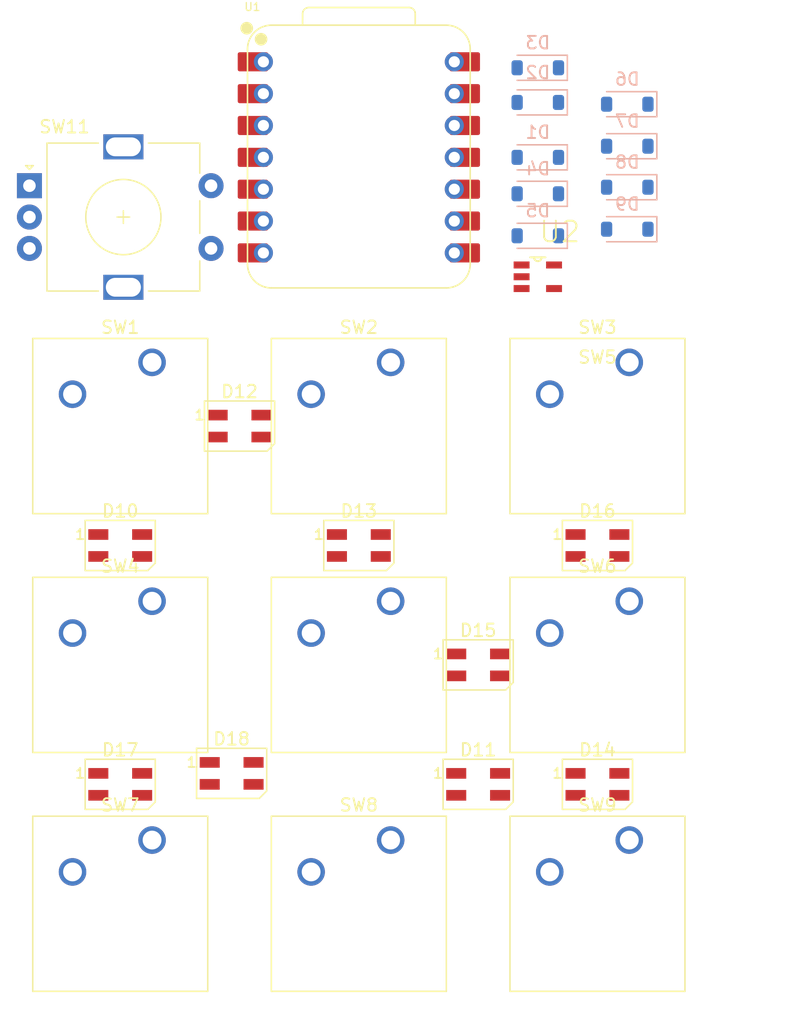
<source format=kicad_pcb>
(kicad_pcb (version 20241229) (generator "pcbnew") (generator_version "9.0")
  (layers (0 "F.Cu" signal) (2 "B.Cu" signal) (13 "F.Paste" user) (15 "B.Paste" user) (5 "F.SilkS" user "F.Silkscreen") (7 "B.SilkS" user "B.Silkscreen") (1 "F.Mask" user) (3 "B.Mask" user) (25 "Edge.Cuts" user))
  (net 0 "")
  (net 1 "Net-(D1-K)")
  (net 2 "Net-(D1-A)")
  (net 3 "Net-(D2-A)")
  (net 4 "Net-(D2-K)")
  (net 5 "Net-(D3-A)")
  (net 6 "Net-(D3-K)")
  (net 7 "Net-(D4-A)")
  (net 8 "Net-(D5-A)")
  (net 9 "Net-(D6-A)")
  (net 10 "Net-(D7-A)")
  (net 11 "Net-(D8-A)")
  (net 12 "Net-(D9-A)")
  (net 13 "Net-(D10-DOUT)")
  (net 14 "GND")
  (net 15 "Net-(D10-DIN)")
  (net 16 "+5V")
  (net 17 "Net-(D11-DOUT)")
  (net 18 "Net-(D12-DOUT)")
  (net 19 "Net-(D13-DOUT)")
  (net 20 "Net-(D14-DOUT)")
  (net 21 "Net-(D15-DOUT)")
  (net 22 "Net-(D16-DOUT)")
  (net 23 "Net-(D17-DOUT)")
  (net 25 "Net-(U1-GPIO3{slash}MOSI)")
  (net 26 "Net-(U1-GPIO4{slash}MISO)")
  (net 27 "Net-(U1-GPIO2{slash}SCK)")
  (net 28 "Net-(U1-GPIO27{slash}ADC1{slash}A1)")
  (net 29 "Net-(U1-GPIO26{slash}ADC0{slash}A0)")
  (net 30 "Net-(U1-GPIO28{slash}ADC2{slash}A2)")
  (net 31 "Net-(U1-GPIO1{slash}RX)")
  (net 33 "+3V3")
  (footprint "Button_Switch_Keyboard:SW_Cherry_MX_1.00u_PCB" (layer "F.Cu") (at 83.5025 59.21375)
    (property "Reference" "SW4" (at -2.54 -2.794 0) (layer "F.SilkS"))
    (property "Value" "SW_Push")
    (fp_line (start -9.525 -1.905) (end 4.445 -1.905) (stroke (width 0.12)) (layer "F.SilkS"))
    (fp_line (start -9.525 12.065) (end -9.525 -1.905) (stroke (width 0.12)) (layer "F.SilkS"))
    (fp_line (start 4.445 -1.905) (end 4.445 12.065) (stroke (width 0.12)) (layer "F.SilkS"))
    (fp_line (start 4.445 12.065) (end -9.525 12.065) (stroke (width 0.12)) (layer "F.SilkS"))
    (pad "" np_thru_hole circle (at -7.62 5.08) (size 1.7 1.7) (drill 1.7) (layers "*.Cu" "*.Mask"))
    (pad "" np_thru_hole circle (at -2.54 5.08) (size 4 4) (drill 4) (layers "*.Cu" "*.Mask"))
    (pad "" np_thru_hole circle (at 2.54 5.08) (size 1.7 1.7) (drill 1.7) (layers "*.Cu" "*.Mask"))
    (pad "1" thru_hole circle (at 0 0) (size 2.2 2.2) (drill 1.5) (layers "*.Cu" "*.Mask") (net 25 "Net-(U1-GPIO3{slash}MOSI)"))
    (pad "2" thru_hole circle (at -6.35 2.54) (size 2.2 2.2) (drill 1.5) (layers "*.Cu" "*.Mask") (net 3 "Net-(D2-A)"))
  )
  (footprint "Button_Switch_Keyboard:SW_Cherry_MX_1.00u_PCB" (layer "F.Cu") (at 102.5525 78.26375)
    (property "Reference" "SW8" (at -2.54 -2.794 0) (layer "F.SilkS"))
    (property "Value" "SW_Push")
    (fp_line (start -9.525 -1.905) (end 4.445 -1.905) (stroke (width 0.12)) (layer "F.SilkS"))
    (fp_line (start -9.525 12.065) (end -9.525 -1.905) (stroke (width 0.12)) (layer "F.SilkS"))
    (fp_line (start 4.445 -1.905) (end 4.445 12.065) (stroke (width 0.12)) (layer "F.SilkS"))
    (fp_line (start 4.445 12.065) (end -9.525 12.065) (stroke (width 0.12)) (layer "F.SilkS"))
    (pad "" np_thru_hole circle (at -7.62 5.08) (size 1.7 1.7) (drill 1.7) (layers "*.Cu" "*.Mask"))
    (pad "" np_thru_hole circle (at -2.54 5.08) (size 4 4) (drill 4) (layers "*.Cu" "*.Mask"))
    (pad "" np_thru_hole circle (at 2.54 5.08) (size 1.7 1.7) (drill 1.7) (layers "*.Cu" "*.Mask"))
    (pad "1" thru_hole circle (at 0 0) (size 2.2 2.2) (drill 1.5) (layers "*.Cu" "*.Mask") (net 26 "Net-(U1-GPIO4{slash}MISO)"))
    (pad "2" thru_hole circle (at -6.35 2.54) (size 2.2 2.2) (drill 1.5) (layers "*.Cu" "*.Mask") (net 9 "Net-(D6-A)"))
  )
  (footprint "Button_Switch_Keyboard:SW_Cherry_MX_1.00u_PCB" (layer "F.Cu") (at 102.5525 59.21375)
    (property "Reference" "SW5" (at 16.51 -19.46275 0) (layer "F.SilkS"))
    (property "Value" "SW_Push")
    (fp_line (start -9.525 -1.905) (end 4.445 -1.905) (stroke (width 0.12)) (layer "F.SilkS"))
    (fp_line (start -9.525 12.065) (end -9.525 -1.905) (stroke (width 0.12)) (layer "F.SilkS"))
    (fp_line (start 4.445 -1.905) (end 4.445 12.065) (stroke (width 0.12)) (layer "F.SilkS"))
    (fp_line (start 4.445 12.065) (end -9.525 12.065) (stroke (width 0.12)) (layer "F.SilkS"))
    (pad "" np_thru_hole circle (at -7.62 5.08) (size 1.7 1.7) (drill 1.7) (layers "*.Cu" "*.Mask"))
    (pad "" np_thru_hole circle (at -2.54 5.08) (size 4 4) (drill 4) (layers "*.Cu" "*.Mask"))
    (pad "" np_thru_hole circle (at 2.54 5.08) (size 1.7 1.7) (drill 1.7) (layers "*.Cu" "*.Mask"))
    (pad "1" thru_hole circle (at 0 0) (size 2.2 2.2) (drill 1.5) (layers "*.Cu" "*.Mask") (net 26 "Net-(U1-GPIO4{slash}MISO)"))
    (pad "2" thru_hole circle (at -6.35 2.54) (size 2.2 2.2) (drill 1.5) (layers "*.Cu" "*.Mask") (net 8 "Net-(D5-A)"))
  )
  (footprint "LED_SMD:LED_SK6812MINI_PLCC4_3.5x3.5mm_P1.75mm" (layer "F.Cu") (at 89.85625 72.94375)
    (property "Reference" "D18" (at 0 -2.75 0) (layer "F.SilkS"))
    (property "Value" "SK6812MINI")
    (fp_line (start -2.8 -2) (end -2.8 2) (stroke (width 0.12)) (layer "F.SilkS"))
    (fp_line (start -2.8 -2) (end 2.8 -2) (stroke (width 0.12)) (layer "F.SilkS"))
    (fp_line (start -2.8 2) (end 2.2 2) (stroke (width 0.12)) (layer "F.SilkS"))
    (fp_line (start 2.8 1.4) (end 2.2 2) (stroke (width 0.12)) (layer "F.SilkS"))
    (fp_line (start 2.8 1.4) (end 2.8 -2) (stroke (width 0.12)) (layer "F.SilkS"))
    (fp_text user "1" (at -3.2 -0.875 0) (layer "F.SilkS") (effects (font (size 0.8 0.8))))
    (pad "1" smd rect (at -1.75 -0.875) (size 1.6 0.85) (layers "F.Cu" "F.Mask" "F.Paste"))
    (pad "2" smd rect (at -1.75 0.875) (size 1.6 0.85) (layers "F.Cu" "F.Mask" "F.Paste") (net 14 "GND"))
    (pad "3" smd rect (at 1.75 0.875) (size 1.6 0.85) (layers "F.Cu" "F.Mask" "F.Paste") (net 23 "Net-(D17-DOUT)"))
    (pad "4" smd rect (at 1.75 -0.875) (size 1.6 0.85) (layers "F.Cu" "F.Mask" "F.Paste") (net 16 "+5V"))
  )
  (footprint "rot:RotaryEncoder_Alps_EC11E-Switch_Vertical_H20mm" (layer "F.Cu") (at 73.7125 26.075)
    (property "Reference" "SW11" (at 2.8 -4.7 0) (layer "F.SilkS"))
    (property "Value" "RotaryEncoder")
    (fp_line (start -0.3 -1.6) (end 0.3 -1.6) (stroke (width 0.12)) (layer "F.SilkS"))
    (fp_line (start 0 -1.3) (end -0.3 -1.6) (stroke (width 0.12)) (layer "F.SilkS"))
    (fp_line (start 0.3 -1.6) (end 0 -1.3) (stroke (width 0.12)) (layer "F.SilkS"))
    (fp_line (start 1.4 -3.4) (end 1.4 8.4) (stroke (width 0.12)) (layer "F.SilkS"))
    (fp_line (start 5.5 -3.4) (end 1.4 -3.4) (stroke (width 0.12)) (layer "F.SilkS"))
    (fp_line (start 5.5 8.4) (end 1.4 8.4) (stroke (width 0.12)) (layer "F.SilkS"))
    (fp_line (start 7 2.5) (end 8 2.5) (stroke (width 0.12)) (layer "F.SilkS"))
    (fp_line (start 7.5 2) (end 7.5 3) (stroke (width 0.12)) (layer "F.SilkS"))
    (fp_line (start 9.5 -3.4) (end 13.6 -3.4) (stroke (width 0.12)) (layer "F.SilkS"))
    (fp_line (start 13.6 -3.4) (end 13.6 -1) (stroke (width 0.12)) (layer "F.SilkS"))
    (fp_line (start 13.6 1.2) (end 13.6 3.8) (stroke (width 0.12)) (layer "F.SilkS"))
    (fp_line (start 13.6 6) (end 13.6 8.4) (stroke (width 0.12)) (layer "F.SilkS"))
    (fp_line (start 13.6 8.4) (end 9.5 8.4) (stroke (width 0.12)) (layer "F.SilkS"))
    (fp_circle (center 7.5 2.5) (end 10.5 2.5) (stroke (width 0.12)) (fill no) (layer "F.SilkS"))
    (pad "A" thru_hole rect (at 0 0) (size 2 2) (drill 1) (layers "*.Cu" "*.Mask") (net 30 "Net-(U1-GPIO28{slash}ADC2{slash}A2)"))
    (pad "B" thru_hole circle (at 0 5) (size 2 2) (drill 1) (layers "*.Cu" "*.Mask") (net 28 "Net-(U1-GPIO27{slash}ADC1{slash}A1)"))
    (pad "C" thru_hole circle (at 0 2.5) (size 2 2) (drill 1) (layers "*.Cu" "*.Mask") (net 29 "Net-(U1-GPIO26{slash}ADC0{slash}A0)"))
    (pad "MP" thru_hole rect (at 7.5 -3.1) (size 3.2 2) (drill oval 2.8 1.5) (layers "*.Cu" "*.Mask"))
    (pad "MP" thru_hole rect (at 7.5 8.1) (size 3.2 2) (drill oval 2.8 1.5) (layers "*.Cu" "*.Mask"))
    (pad "S1" thru_hole circle (at 14.5 5) (size 2 2) (drill 1) (layers "*.Cu" "*.Mask"))
    (pad "S2" thru_hole circle (at 14.5 0) (size 2 2) (drill 1) (layers "*.Cu" "*.Mask"))
  )
  (footprint "Button_Switch_Keyboard:SW_Cherry_MX_1.00u_PCB" (layer "F.Cu") (at 121.6025 59.21375)
    (property "Reference" "SW6" (at -2.54 -2.794 0) (layer "F.SilkS"))
    (property "Value" "SW_Push")
    (fp_line (start -9.525 -1.905) (end 4.445 -1.905) (stroke (width 0.12)) (layer "F.SilkS"))
    (fp_line (start -9.525 12.065) (end -9.525 -1.905) (stroke (width 0.12)) (layer "F.SilkS"))
    (fp_line (start 4.445 -1.905) (end 4.445 12.065) (stroke (width 0.12)) (layer "F.SilkS"))
    (fp_line (start 4.445 12.065) (end -9.525 12.065) (stroke (width 0.12)) (layer "F.SilkS"))
    (pad "" np_thru_hole circle (at -7.62 5.08) (size 1.7 1.7) (drill 1.7) (layers "*.Cu" "*.Mask"))
    (pad "" np_thru_hole circle (at -2.54 5.08) (size 4 4) (drill 4) (layers "*.Cu" "*.Mask"))
    (pad "" np_thru_hole circle (at 2.54 5.08) (size 1.7 1.7) (drill 1.7) (layers "*.Cu" "*.Mask"))
    (pad "1" thru_hole circle (at 0 0) (size 2.2 2.2) (drill 1.5) (layers "*.Cu" "*.Mask") (net 27 "Net-(U1-GPIO2{slash}SCK)"))
    (pad "2" thru_hole circle (at -6.35 2.54) (size 2.2 2.2) (drill 1.5) (layers "*.Cu" "*.Mask") (net 11 "Net-(D8-A)"))
  )
  (footprint "LED_SMD:LED_SK6812MINI_PLCC4_3.5x3.5mm_P1.75mm" (layer "F.Cu") (at 90.4875 45.24375)
    (property "Reference" "D12" (at 0 -2.75 0) (layer "F.SilkS"))
    (property "Value" "SK6812MINI")
    (fp_line (start -2.8 -2) (end -2.8 2) (stroke (width 0.12)) (layer "F.SilkS"))
    (fp_line (start -2.8 -2) (end 2.8 -2) (stroke (width 0.12)) (layer "F.SilkS"))
    (fp_line (start -2.8 2) (end 2.2 2) (stroke (width 0.12)) (layer "F.SilkS"))
    (fp_line (start 2.8 1.4) (end 2.2 2) (stroke (width 0.12)) (layer "F.SilkS"))
    (fp_line (start 2.8 1.4) (end 2.8 -2) (stroke (width 0.12)) (layer "F.SilkS"))
    (fp_text user "1" (at -3.2 -0.875 0) (layer "F.SilkS") (effects (font (size 0.8 0.8))))
    (pad "1" smd rect (at -1.75 -0.875) (size 1.6 0.85) (layers "F.Cu" "F.Mask" "F.Paste") (net 18 "Net-(D12-DOUT)"))
    (pad "2" smd rect (at -1.75 0.875) (size 1.6 0.85) (layers "F.Cu" "F.Mask" "F.Paste") (net 14 "GND"))
    (pad "3" smd rect (at 1.75 0.875) (size 1.6 0.85) (layers "F.Cu" "F.Mask" "F.Paste") (net 17 "Net-(D11-DOUT)"))
    (pad "4" smd rect (at 1.75 -0.875) (size 1.6 0.85) (layers "F.Cu" "F.Mask" "F.Paste") (net 16 "+5V"))
  )
  (footprint "Button_Switch_Keyboard:SW_Cherry_MX_1.00u_PCB" (layer "F.Cu") (at 121.6025 40.16375)
    (property "Reference" "SW3" (at -2.54 -2.794 0) (layer "F.SilkS"))
    (property "Value" "SW_Push")
    (fp_line (start -9.525 -1.905) (end 4.445 -1.905) (stroke (width 0.12)) (layer "F.SilkS"))
    (fp_line (start -9.525 12.065) (end -9.525 -1.905) (stroke (width 0.12)) (layer "F.SilkS"))
    (fp_line (start 4.445 -1.905) (end 4.445 12.065) (stroke (width 0.12)) (layer "F.SilkS"))
    (fp_line (start 4.445 12.065) (end -9.525 12.065) (stroke (width 0.12)) (layer "F.SilkS"))
    (pad "" np_thru_hole circle (at -7.62 5.08) (size 1.7 1.7) (drill 1.7) (layers "*.Cu" "*.Mask"))
    (pad "" np_thru_hole circle (at -2.54 5.08) (size 4 4) (drill 4) (layers "*.Cu" "*.Mask"))
    (pad "" np_thru_hole circle (at 2.54 5.08) (size 1.7 1.7) (drill 1.7) (layers "*.Cu" "*.Mask"))
    (pad "1" thru_hole circle (at 0 0) (size 2.2 2.2) (drill 1.5) (layers "*.Cu" "*.Mask") (net 27 "Net-(U1-GPIO2{slash}SCK)"))
    (pad "2" thru_hole circle (at -6.35 2.54) (size 2.2 2.2) (drill 1.5) (layers "*.Cu" "*.Mask") (net 10 "Net-(D7-A)"))
  )
  (footprint "Button_Switch_Keyboard:SW_Cherry_MX_1.00u_PCB" (layer "F.Cu") (at 83.5025 40.16375)
    (property "Reference" "SW1" (at -2.54 -2.794 0) (layer "F.SilkS"))
    (property "Value" "SW_Push")
    (fp_line (start -9.525 -1.905) (end 4.445 -1.905) (stroke (width 0.12)) (layer "F.SilkS"))
    (fp_line (start -9.525 12.065) (end -9.525 -1.905) (stroke (width 0.12)) (layer "F.SilkS"))
    (fp_line (start 4.445 -1.905) (end 4.445 12.065) (stroke (width 0.12)) (layer "F.SilkS"))
    (fp_line (start 4.445 12.065) (end -9.525 12.065) (stroke (width 0.12)) (layer "F.SilkS"))
    (pad "" np_thru_hole circle (at -7.62 5.08) (size 1.7 1.7) (drill 1.7) (layers "*.Cu" "*.Mask"))
    (pad "" np_thru_hole circle (at -2.54 5.08) (size 4 4) (drill 4) (layers "*.Cu" "*.Mask"))
    (pad "" np_thru_hole circle (at 2.54 5.08) (size 1.7 1.7) (drill 1.7) (layers "*.Cu" "*.Mask"))
    (pad "1" thru_hole circle (at 0 0) (size 2.2 2.2) (drill 1.5) (layers "*.Cu" "*.Mask") (net 25 "Net-(U1-GPIO3{slash}MOSI)"))
    (pad "2" thru_hole circle (at -6.35 2.54) (size 2.2 2.2) (drill 1.5) (layers "*.Cu" "*.Mask") (net 2 "Net-(D1-A)"))
  )
  (footprint "LED_SMD:LED_SK6812MINI_PLCC4_3.5x3.5mm_P1.75mm" (layer "F.Cu") (at 100.0125 54.76875)
    (property "Reference" "D13" (at 0 -2.75 0) (layer "F.SilkS"))
    (property "Value" "SK6812MINI")
    (fp_line (start -2.8 -2) (end -2.8 2) (stroke (width 0.12)) (layer "F.SilkS"))
    (fp_line (start -2.8 -2) (end 2.8 -2) (stroke (width 0.12)) (layer "F.SilkS"))
    (fp_line (start -2.8 2) (end 2.2 2) (stroke (width 0.12)) (layer "F.SilkS"))
    (fp_line (start 2.8 1.4) (end 2.2 2) (stroke (width 0.12)) (layer "F.SilkS"))
    (fp_line (start 2.8 1.4) (end 2.8 -2) (stroke (width 0.12)) (layer "F.SilkS"))
    (fp_text user "1" (at -3.2 -0.875 0) (layer "F.SilkS") (effects (font (size 0.8 0.8))))
    (pad "1" smd rect (at -1.75 -0.875) (size 1.6 0.85) (layers "F.Cu" "F.Mask" "F.Paste") (net 19 "Net-(D13-DOUT)"))
    (pad "2" smd rect (at -1.75 0.875) (size 1.6 0.85) (layers "F.Cu" "F.Mask" "F.Paste") (net 14 "GND"))
    (pad "3" smd rect (at 1.75 0.875) (size 1.6 0.85) (layers "F.Cu" "F.Mask" "F.Paste") (net 18 "Net-(D12-DOUT)"))
    (pad "4" smd rect (at 1.75 -0.875) (size 1.6 0.85) (layers "F.Cu" "F.Mask" "F.Paste") (net 16 "+5V"))
  )
  (footprint "LED_SMD:LED_SK6812MINI_PLCC4_3.5x3.5mm_P1.75mm" (layer "F.Cu") (at 80.9625 73.81875)
    (property "Reference" "D17" (at 0 -2.75 0) (layer "F.SilkS"))
    (property "Value" "SK6812MINI")
    (fp_line (start -2.8 -2) (end -2.8 2) (stroke (width 0.12)) (layer "F.SilkS"))
    (fp_line (start -2.8 -2) (end 2.8 -2) (stroke (width 0.12)) (layer "F.SilkS"))
    (fp_line (start -2.8 2) (end 2.2 2) (stroke (width 0.12)) (layer "F.SilkS"))
    (fp_line (start 2.8 1.4) (end 2.2 2) (stroke (width 0.12)) (layer "F.SilkS"))
    (fp_line (start 2.8 1.4) (end 2.8 -2) (stroke (width 0.12)) (layer "F.SilkS"))
    (fp_text user "1" (at -3.2 -0.875 0) (layer "F.SilkS") (effects (font (size 0.8 0.8))))
    (pad "1" smd rect (at -1.75 -0.875) (size 1.6 0.85) (layers "F.Cu" "F.Mask" "F.Paste") (net 23 "Net-(D17-DOUT)"))
    (pad "2" smd rect (at -1.75 0.875) (size 1.6 0.85) (layers "F.Cu" "F.Mask" "F.Paste") (net 14 "GND"))
    (pad "3" smd rect (at 1.75 0.875) (size 1.6 0.85) (layers "F.Cu" "F.Mask" "F.Paste") (net 22 "Net-(D16-DOUT)"))
    (pad "4" smd rect (at 1.75 -0.875) (size 1.6 0.85) (layers "F.Cu" "F.Mask" "F.Paste") (net 16 "+5V"))
  )
  (footprint "LED_SMD:LED_SK6812MINI_PLCC4_3.5x3.5mm_P1.75mm" (layer "F.Cu") (at 109.5375 64.29375)
    (property "Reference" "D15" (at 0 -2.75 0) (layer "F.SilkS"))
    (property "Value" "SK6812MINI")
    (fp_line (start -2.8 -2) (end -2.8 2) (stroke (width 0.12)) (layer "F.SilkS"))
    (fp_line (start -2.8 -2) (end 2.8 -2) (stroke (width 0.12)) (layer "F.SilkS"))
    (fp_line (start -2.8 2) (end 2.2 2) (stroke (width 0.12)) (layer "F.SilkS"))
    (fp_line (start 2.8 1.4) (end 2.2 2) (stroke (width 0.12)) (layer "F.SilkS"))
    (fp_line (start 2.8 1.4) (end 2.8 -2) (stroke (width 0.12)) (layer "F.SilkS"))
    (fp_text user "1" (at -3.2 -0.875 0) (layer "F.SilkS") (effects (font (size 0.8 0.8))))
    (pad "1" smd rect (at -1.75 -0.875) (size 1.6 0.85) (layers "F.Cu" "F.Mask" "F.Paste") (net 21 "Net-(D15-DOUT)"))
    (pad "2" smd rect (at -1.75 0.875) (size 1.6 0.85) (layers "F.Cu" "F.Mask" "F.Paste") (net 14 "GND"))
    (pad "3" smd rect (at 1.75 0.875) (size 1.6 0.85) (layers "F.Cu" "F.Mask" "F.Paste") (net 20 "Net-(D14-DOUT)"))
    (pad "4" smd rect (at 1.75 -0.875) (size 1.6 0.85) (layers "F.Cu" "F.Mask" "F.Paste") (net 16 "+5V"))
  )
  (footprint "LED_SMD:LED_SK6812MINI_PLCC4_3.5x3.5mm_P1.75mm" (layer "F.Cu") (at 119.0625 54.76875)
    (property "Reference" "D16" (at 0 -2.75 0) (layer "F.SilkS"))
    (property "Value" "SK6812MINI")
    (fp_line (start -2.8 -2) (end -2.8 2) (stroke (width 0.12)) (layer "F.SilkS"))
    (fp_line (start -2.8 -2) (end 2.8 -2) (stroke (width 0.12)) (layer "F.SilkS"))
    (fp_line (start -2.8 2) (end 2.2 2) (stroke (width 0.12)) (layer "F.SilkS"))
    (fp_line (start 2.8 1.4) (end 2.2 2) (stroke (width 0.12)) (layer "F.SilkS"))
    (fp_line (start 2.8 1.4) (end 2.8 -2) (stroke (width 0.12)) (layer "F.SilkS"))
    (fp_text user "1" (at -3.2 -0.875 0) (layer "F.SilkS") (effects (font (size 0.8 0.8))))
    (pad "1" smd rect (at -1.75 -0.875) (size 1.6 0.85) (layers "F.Cu" "F.Mask" "F.Paste") (net 22 "Net-(D16-DOUT)"))
    (pad "2" smd rect (at -1.75 0.875) (size 1.6 0.85) (layers "F.Cu" "F.Mask" "F.Paste") (net 14 "GND"))
    (pad "3" smd rect (at 1.75 0.875) (size 1.6 0.85) (layers "F.Cu" "F.Mask" "F.Paste") (net 21 "Net-(D15-DOUT)"))
    (pad "4" smd rect (at 1.75 -0.875) (size 1.6 0.85) (layers "F.Cu" "F.Mask" "F.Paste") (net 16 "+5V"))
  )
  (footprint "Button_Switch_Keyboard:SW_Cherry_MX_1.00u_PCB" (layer "F.Cu") (at 83.5025 78.26375)
    (property "Reference" "SW7" (at -2.54 -2.794 0) (layer "F.SilkS"))
    (property "Value" "SW_Push")
    (fp_line (start -9.525 -1.905) (end 4.445 -1.905) (stroke (width 0.12)) (layer "F.SilkS"))
    (fp_line (start -9.525 12.065) (end -9.525 -1.905) (stroke (width 0.12)) (layer "F.SilkS"))
    (fp_line (start 4.445 -1.905) (end 4.445 12.065) (stroke (width 0.12)) (layer "F.SilkS"))
    (fp_line (start 4.445 12.065) (end -9.525 12.065) (stroke (width 0.12)) (layer "F.SilkS"))
    (pad "" np_thru_hole circle (at -7.62 5.08) (size 1.7 1.7) (drill 1.7) (layers "*.Cu" "*.Mask"))
    (pad "" np_thru_hole circle (at -2.54 5.08) (size 4 4) (drill 4) (layers "*.Cu" "*.Mask"))
    (pad "" np_thru_hole circle (at 2.54 5.08) (size 1.7 1.7) (drill 1.7) (layers "*.Cu" "*.Mask"))
    (pad "1" thru_hole circle (at 0 0) (size 2.2 2.2) (drill 1.5) (layers "*.Cu" "*.Mask") (net 25 "Net-(U1-GPIO3{slash}MOSI)"))
    (pad "2" thru_hole circle (at -6.35 2.54) (size 2.2 2.2) (drill 1.5) (layers "*.Cu" "*.Mask") (net 5 "Net-(D3-A)"))
  )
  (footprint "OPL:XIAO-RP2040-DIP" (layer "F.Cu") (at 100.0125 23.8125)
    (property "Reference" "U1" (at -8.5 -12 0) (layer "F.SilkS") (effects (font (size 0.635 0.635) (thickness 0.1016))))
    (property "Value" "XIAO-RP2040-DIP")
    (fp_line (start -8.89 8.509) (end -8.89 -8.636) (stroke (width 0.127)) (layer "F.SilkS"))
    (fp_line (start -6.985 10.414) (end 6.985 10.414) (stroke (width 0.127)) (layer "F.SilkS"))
    (fp_line (start -4.495 -10.541) (end -4.491272 -11.451272) (stroke (width 0.127)) (layer "F.SilkS"))
    (fp_line (start -3.991272 -11.951) (end 4.004 -11.951) (stroke (width 0.127)) (layer "F.SilkS"))
    (fp_line (start 4.504 -11.451) (end 4.504 -10.541) (stroke (width 0.127)) (layer "F.SilkS"))
    (fp_line (start 6.985 -10.541) (end -6.985 -10.541) (stroke (width 0.1)) (layer "F.SilkS"))
    (fp_line (start 6.985 -10.541) (end -6.985 -10.541) (stroke (width 0.127)) (layer "F.SilkS"))
    (fp_line (start 8.89 8.509) (end 8.89 -8.636) (stroke (width 0.127)) (layer "F.SilkS"))
    (fp_arc (start -8.89 -8.636) (mid -8.332038 -9.983038) (end -6.985 -10.541) (stroke (width 0.127)) (layer "F.SilkS"))
    (fp_arc (start -6.985 10.414) (mid -8.332038 9.856038) (end -8.89 8.509) (stroke (width 0.127)) (layer "F.SilkS"))
    (fp_arc (start -4.491272 -11.451272) (mid -4.344728 -11.80464) (end -3.991272 -11.951) (stroke (width 0.127)) (layer "F.SilkS"))
    (fp_arc (start 4.004 -11.951) (mid 4.357553 -11.804553) (end 4.504 -11.451) (stroke (width 0.127)) (layer "F.SilkS"))
    (fp_arc (start 6.985 -10.541) (mid 8.332038 -9.983038) (end 8.89 -8.636) (stroke (width 0.127)) (layer "F.SilkS"))
    (fp_arc (start 8.89 8.509) (mid 8.332038 9.856038) (end 6.985 10.414) (stroke (width 0.127)) (layer "F.SilkS"))
    (fp_circle (center -8.95 -10.3) (end -8.95 -10.554) (stroke (width 0.5)) (fill yes) (layer "F.SilkS"))
    (fp_circle (center -7.807 -9.42) (end -7.807 -9.674) (stroke (width 0.5)) (fill yes) (layer "F.SilkS"))
    (pad "1" smd roundrect (at -8.455 -7.62 180) (size 2.432 1.524) (layers "F.Cu" "F.Mask") (roundrect_rratio 0.1) (net 29 "Net-(U1-GPIO26{slash}ADC0{slash}A0)"))
    (pad "1" thru_hole circle (at -7.62 -7.62 180) (size 1.524 1.524) (drill 0.889) (layers "*.Cu" "*.Mask") (net 29 "Net-(U1-GPIO26{slash}ADC0{slash}A0)"))
    (pad "2" smd roundrect (at -8.455 -5.08 180) (size 2.432 1.524) (layers "F.Cu" "F.Mask") (roundrect_rratio 0.1) (net 28 "Net-(U1-GPIO27{slash}ADC1{slash}A1)"))
    (pad "2" thru_hole circle (at -7.62 -5.08 180) (size 1.524 1.524) (drill 0.889) (layers "*.Cu" "*.Mask") (net 28 "Net-(U1-GPIO27{slash}ADC1{slash}A1)"))
    (pad "3" smd roundrect (at -8.455 -2.54 180) (size 2.432 1.524) (layers "F.Cu" "F.Mask") (roundrect_rratio 0.1) (net 30 "Net-(U1-GPIO28{slash}ADC2{slash}A2)"))
    (pad "3" thru_hole circle (at -7.62 -2.54 180) (size 1.524 1.524) (drill 0.889) (layers "*.Cu" "*.Mask") (net 30 "Net-(U1-GPIO28{slash}ADC2{slash}A2)"))
    (pad "4" smd roundrect (at -8.455 0 180) (size 2.432 1.524) (layers "F.Cu" "F.Mask") (roundrect_rratio 0.1) (net 1 "Net-(D1-K)"))
    (pad "4" thru_hole circle (at -7.62 0 180) (size 1.524 1.524) (drill 0.889) (layers "*.Cu" "*.Mask") (net 1 "Net-(D1-K)"))
    (pad "5" smd roundrect (at -8.455 2.54 180) (size 2.432 1.524) (layers "F.Cu" "F.Mask") (roundrect_rratio 0.1) (net 4 "Net-(D2-K)"))
    (pad "5" thru_hole circle (at -7.62 2.54 180) (size 1.524 1.524) (drill 0.889) (layers "*.Cu" "*.Mask") (net 4 "Net-(D2-K)"))
    (pad "6" smd roundrect (at -8.455 5.08 180) (size 2.432 1.524) (layers "F.Cu" "F.Mask") (roundrect_rratio 0.1) (net 6 "Net-(D3-K)"))
    (pad "6" thru_hole circle (at -7.62 5.08 180) (size 1.524 1.524) (drill 0.889) (layers "*.Cu" "*.Mask") (net 6 "Net-(D3-K)"))
    (pad "7" smd roundrect (at -8.455 7.62 180) (size 2.432 1.524) (layers "F.Cu" "F.Mask") (roundrect_rratio 0.1))
    (pad "7" thru_hole circle (at -7.62 7.62 180) (size 1.524 1.524) (drill 0.889) (layers "*.Cu" "*.Mask"))
    (pad "8" thru_hole circle (at 7.62 7.62) (size 1.524 1.524) (drill 0.889) (layers "*.Cu" "*.Mask") (net 31 "Net-(U1-GPIO1{slash}RX)"))
    (pad "8" smd roundrect (at 8.455 7.62) (size 2.432 1.524) (layers "F.Cu" "F.Mask") (roundrect_rratio 0.1) (net 31 "Net-(U1-GPIO1{slash}RX)"))
    (pad "9" thru_hole circle (at 7.62 5.08) (size 1.524 1.524) (drill 0.889) (layers "*.Cu" "*.Mask") (net 27 "Net-(U1-GPIO2{slash}SCK)"))
    (pad "9" smd roundrect (at 8.455 5.08) (size 2.432 1.524) (layers "F.Cu" "F.Mask") (roundrect_rratio 0.1) (net 27 "Net-(U1-GPIO2{slash}SCK)"))
    (pad "10" thru_hole circle (at 7.62 2.54) (size 1.524 1.524) (drill 0.889) (layers "*.Cu" "*.Mask") (net 26 "Net-(U1-GPIO4{slash}MISO)"))
    (pad "10" smd roundrect (at 8.455 2.54) (size 2.432 1.524) (layers "F.Cu" "F.Mask") (roundrect_rratio 0.1) (net 26 "Net-(U1-GPIO4{slash}MISO)"))
    (pad "11" thru_hole circle (at 7.62 0) (size 1.524 1.524) (drill 0.889) (layers "*.Cu" "*.Mask") (net 25 "Net-(U1-GPIO3{slash}MOSI)"))
    (pad "11" smd roundrect (at 8.455 0) (size 2.432 1.524) (layers "F.Cu" "F.Mask") (roundrect_rratio 0.1) (net 25 "Net-(U1-GPIO3{slash}MOSI)"))
    (pad "12" thru_hole circle (at 7.62 -2.54) (size 1.524 1.524) (drill 0.889) (layers "*.Cu" "*.Mask") (net 33 "+3V3"))
    (pad "12" smd roundrect (at 8.455 -2.54) (size 2.432 1.524) (layers "F.Cu" "F.Mask") (roundrect_rratio 0.1) (net 33 "+3V3"))
    (pad "13" thru_hole circle (at 7.62 -5.08) (size 1.524 1.524) (drill 0.889) (layers "*.Cu" "*.Mask") (net 14 "GND"))
    (pad "13" smd roundrect (at 8.455 -5.08) (size 2.432 1.524) (layers "F.Cu" "F.Mask") (roundrect_rratio 0.1) (net 14 "GND"))
    (pad "14" thru_hole circle (at 7.62 -7.62) (size 1.524 1.524) (drill 0.889) (layers "*.Cu" "*.Mask") (net 16 "+5V"))
    (pad "14" smd roundrect (at 8.455 -7.62) (size 2.432 1.524) (layers "F.Cu" "F.Mask") (roundrect_rratio 0.1) (net 16 "+5V"))
  )
  (footprint "Button_Switch_Keyboard:SW_Cherry_MX_1.00u_PCB" (layer "F.Cu") (at 102.5525 40.16375)
    (property "Reference" "SW2" (at -2.54 -2.794 0) (layer "F.SilkS"))
    (property "Value" "SW_Push")
    (fp_line (start -9.525 -1.905) (end 4.445 -1.905) (stroke (width 0.12)) (layer "F.SilkS"))
    (fp_line (start -9.525 12.065) (end -9.525 -1.905) (stroke (width 0.12)) (layer "F.SilkS"))
    (fp_line (start 4.445 -1.905) (end 4.445 12.065) (stroke (width 0.12)) (layer "F.SilkS"))
    (fp_line (start 4.445 12.065) (end -9.525 12.065) (stroke (width 0.12)) (layer "F.SilkS"))
    (pad "" np_thru_hole circle (at -7.62 5.08) (size 1.7 1.7) (drill 1.7) (layers "*.Cu" "*.Mask"))
    (pad "" np_thru_hole circle (at -2.54 5.08) (size 4 4) (drill 4) (layers "*.Cu" "*.Mask"))
    (pad "" np_thru_hole circle (at 2.54 5.08) (size 1.7 1.7) (drill 1.7) (layers "*.Cu" "*.Mask"))
    (pad "1" thru_hole circle (at 0 0) (size 2.2 2.2) (drill 1.5) (layers "*.Cu" "*.Mask") (net 26 "Net-(U1-GPIO4{slash}MISO)"))
    (pad "2" thru_hole circle (at -6.35 2.54) (size 2.2 2.2) (drill 1.5) (layers "*.Cu" "*.Mask") (net 7 "Net-(D4-A)"))
  )
  (footprint "thing:SOT95P280X140-5N" (layer "F.Cu") (at 114.3 33.3375)
    (property "Reference" "U2" (at 1.75379 -3.5838 0) (layer "F.SilkS") (effects (font (size 1.641102 1.641102))))
    (property "Value" "74AHC1G125")
    (fp_line (start -0.3048 -1.5494) (end -0.6096 -1.5494) (stroke (width 0.1524)) (layer "F.SilkS"))
    (fp_line (start 0.3048 -1.5494) (end -0.3048 -1.5494) (stroke (width 0.1524)) (layer "F.SilkS"))
    (fp_line (start 0.6096 -1.5494) (end 0.3048 -1.5494) (stroke (width 0.1524)) (layer "F.SilkS"))
    (fp_arc (start 0.3048 -1.5494) (mid 0 -1.2446) (end -0.3048 -1.5494) (stroke (width 0.1524)) (layer "F.SilkS"))
    (pad "1" smd rect (at -1.2954 -0.9398) (size 1.27 0.5588) (layers "F.Cu" "F.Mask" "F.Paste") (net 14 "GND"))
    (pad "2" smd rect (at -1.2954 0) (size 1.27 0.5588) (layers "F.Cu" "F.Mask" "F.Paste") (net 31 "Net-(U1-GPIO1{slash}RX)"))
    (pad "3" smd rect (at -1.2954 0.9398) (size 1.27 0.5588) (layers "F.Cu" "F.Mask" "F.Paste") (net 14 "GND"))
    (pad "4" smd rect (at 1.2954 0.9398) (size 1.27 0.5588) (layers "F.Cu" "F.Mask" "F.Paste") (net 15 "Net-(D10-DIN)"))
    (pad "5" smd rect (at 1.2954 -0.9398) (size 1.27 0.5588) (layers "F.Cu" "F.Mask" "F.Paste") (net 16 "+5V"))
  )
  (footprint "LED_SMD:LED_SK6812MINI_PLCC4_3.5x3.5mm_P1.75mm" (layer "F.Cu") (at 109.5375 73.81875)
    (property "Reference" "D11" (at 0 -2.75 0) (layer "F.SilkS"))
    (property "Value" "SK6812MINI")
    (fp_line (start -2.8 -2) (end -2.8 2) (stroke (width 0.12)) (layer "F.SilkS"))
    (fp_line (start -2.8 -2) (end 2.8 -2) (stroke (width 0.12)) (layer "F.SilkS"))
    (fp_line (start -2.8 2) (end 2.2 2) (stroke (width 0.12)) (layer "F.SilkS"))
    (fp_line (start 2.8 1.4) (end 2.2 2) (stroke (width 0.12)) (layer "F.SilkS"))
    (fp_line (start 2.8 1.4) (end 2.8 -2) (stroke (width 0.12)) (layer "F.SilkS"))
    (fp_text user "1" (at -3.2 -0.875 0) (layer "F.SilkS") (effects (font (size 0.8 0.8))))
    (pad "1" smd rect (at -1.75 -0.875) (size 1.6 0.85) (layers "F.Cu" "F.Mask" "F.Paste") (net 17 "Net-(D11-DOUT)"))
    (pad "2" smd rect (at -1.75 0.875) (size 1.6 0.85) (layers "F.Cu" "F.Mask" "F.Paste") (net 14 "GND"))
    (pad "3" smd rect (at 1.75 0.875) (size 1.6 0.85) (layers "F.Cu" "F.Mask" "F.Paste") (net 13 "Net-(D10-DOUT)"))
    (pad "4" smd rect (at 1.75 -0.875) (size 1.6 0.85) (layers "F.Cu" "F.Mask" "F.Paste") (net 16 "+5V"))
  )
  (footprint "LED_SMD:LED_SK6812MINI_PLCC4_3.5x3.5mm_P1.75mm" (layer "F.Cu") (at 80.9625 54.76875)
    (property "Reference" "D10" (at 0 -2.75 0) (layer "F.SilkS"))
    (property "Value" "SK6812MINI")
    (fp_line (start -2.8 -2) (end -2.8 2) (stroke (width 0.12)) (layer "F.SilkS"))
    (fp_line (start -2.8 -2) (end 2.8 -2) (stroke (width 0.12)) (layer "F.SilkS"))
    (fp_line (start -2.8 2) (end 2.2 2) (stroke (width 0.12)) (layer "F.SilkS"))
    (fp_line (start 2.8 1.4) (end 2.2 2) (stroke (width 0.12)) (layer "F.SilkS"))
    (fp_line (start 2.8 1.4) (end 2.8 -2) (stroke (width 0.12)) (layer "F.SilkS"))
    (fp_text user "1" (at -3.2 -0.875 0) (layer "F.SilkS") (effects (font (size 0.8 0.8))))
    (pad "1" smd rect (at -1.75 -0.875) (size 1.6 0.85) (layers "F.Cu" "F.Mask" "F.Paste") (net 13 "Net-(D10-DOUT)"))
    (pad "2" smd rect (at -1.75 0.875) (size 1.6 0.85) (layers "F.Cu" "F.Mask" "F.Paste") (net 14 "GND"))
    (pad "3" smd rect (at 1.75 0.875) (size 1.6 0.85) (layers "F.Cu" "F.Mask" "F.Paste") (net 15 "Net-(D10-DIN)"))
    (pad "4" smd rect (at 1.75 -0.875) (size 1.6 0.85) (layers "F.Cu" "F.Mask" "F.Paste") (net 16 "+5V"))
  )
  (footprint "Button_Switch_Keyboard:SW_Cherry_MX_1.00u_PCB" (layer "F.Cu") (at 121.6025 78.26375)
    (property "Reference" "SW9" (at -2.54 -2.794 0) (layer "F.SilkS"))
    (property "Value" "SW_Push")
    (fp_line (start -9.525 -1.905) (end 4.445 -1.905) (stroke (width 0.12)) (layer "F.SilkS"))
    (fp_line (start -9.525 12.065) (end -9.525 -1.905) (stroke (width 0.12)) (layer "F.SilkS"))
    (fp_line (start 4.445 -1.905) (end 4.445 12.065) (stroke (width 0.12)) (layer "F.SilkS"))
    (fp_line (start 4.445 12.065) (end -9.525 12.065) (stroke (width 0.12)) (layer "F.SilkS"))
    (pad "" np_thru_hole circle (at -7.62 5.08) (size 1.7 1.7) (drill 1.7) (layers "*.Cu" "*.Mask"))
    (pad "" np_thru_hole circle (at -2.54 5.08) (size 4 4) (drill 4) (layers "*.Cu" "*.Mask"))
    (pad "" np_thru_hole circle (at 2.54 5.08) (size 1.7 1.7) (drill 1.7) (layers "*.Cu" "*.Mask"))
    (pad "1" thru_hole circle (at 0 0) (size 2.2 2.2) (drill 1.5) (layers "*.Cu" "*.Mask") (net 27 "Net-(U1-GPIO2{slash}SCK)"))
    (pad "2" thru_hole circle (at -6.35 2.54) (size 2.2 2.2) (drill 1.5) (layers "*.Cu" "*.Mask") (net 12 "Net-(D9-A)"))
  )
  (footprint "LED_SMD:LED_SK6812MINI_PLCC4_3.5x3.5mm_P1.75mm" (layer "F.Cu") (at 119.0625 73.81875)
    (property "Reference" "D14" (at 0 -2.75 0) (layer "F.SilkS"))
    (property "Value" "SK6812MINI")
    (fp_line (start -2.8 -2) (end -2.8 2) (stroke (width 0.12)) (layer "F.SilkS"))
    (fp_line (start -2.8 -2) (end 2.8 -2) (stroke (width 0.12)) (layer "F.SilkS"))
    (fp_line (start -2.8 2) (end 2.2 2) (stroke (width 0.12)) (layer "F.SilkS"))
    (fp_line (start 2.8 1.4) (end 2.2 2) (stroke (width 0.12)) (layer "F.SilkS"))
    (fp_line (start 2.8 1.4) (end 2.8 -2) (stroke (width 0.12)) (layer "F.SilkS"))
    (fp_text user "1" (at -3.2 -0.875 0) (layer "F.SilkS") (effects (font (size 0.8 0.8))))
    (pad "1" smd rect (at -1.75 -0.875) (size 1.6 0.85) (layers "F.Cu" "F.Mask" "F.Paste") (net 20 "Net-(D14-DOUT)"))
    (pad "2" smd rect (at -1.75 0.875) (size 1.6 0.85) (layers "F.Cu" "F.Mask" "F.Paste") (net 14 "GND"))
    (pad "3" smd rect (at 1.75 0.875) (size 1.6 0.85) (layers "F.Cu" "F.Mask" "F.Paste") (net 19 "Net-(D13-DOUT)"))
    (pad "4" smd rect (at 1.75 -0.875) (size 1.6 0.85) (layers "F.Cu" "F.Mask" "F.Paste") (net 16 "+5V"))
  )
  (footprint "Diode_SMD:D_SOD-123" (layer "B.Cu") (at 121.44375 19.57375 180)
    (property "Reference" "D6" (at 0 2 0) (layer "B.SilkS") (effects (justify mirror)))
    (property "Value" "1N4148W")
    (fp_line (start -2.36 1) (end 1.65 1) (stroke (width 0.12)) (layer "B.SilkS"))
    (fp_line (start -2.36 1) (end -2.36 -1) (stroke (width 0.12)) (layer "B.SilkS"))
    (fp_line (start -2.36 -1) (end 1.65 -1) (stroke (width 0.12)) (layer "B.SilkS"))
    (pad "1" smd roundrect (at -1.65 0 180) (size 0.9 1.2) (layers "B.Cu" "B.Mask" "B.Paste") (net 6 "Net-(D3-K)"))
    (pad "2" smd roundrect (at 1.65 0 180) (size 0.9 1.2) (layers "B.Cu" "B.Mask" "B.Paste") (net 9 "Net-(D6-A)"))
  )
  (footprint "Diode_SMD:D_SOD-123" (layer "B.Cu") (at 121.44375 26.19375 180)
    (property "Reference" "D8" (at 0 2 0) (layer "B.SilkS") (effects (justify mirror)))
    (property "Value" "1N4148W")
    (fp_line (start -2.36 1) (end 1.65 1) (stroke (width 0.12)) (layer "B.SilkS"))
    (fp_line (start -2.36 1) (end -2.36 -1) (stroke (width 0.12)) (layer "B.SilkS"))
    (fp_line (start -2.36 -1) (end 1.65 -1) (stroke (width 0.12)) (layer "B.SilkS"))
    (pad "1" smd roundrect (at -1.65 0 180) (size 0.9 1.2) (layers "B.Cu" "B.Mask" "B.Paste") (net 4 "Net-(D2-K)"))
    (pad "2" smd roundrect (at 1.65 0 180) (size 0.9 1.2) (layers "B.Cu" "B.Mask" "B.Paste") (net 11 "Net-(D8-A)"))
  )
  (footprint "Diode_SMD:D_SOD-123" (layer "B.Cu") (at 114.3 26.71875 180)
    (property "Reference" "D4" (at 0 2 0) (layer "B.SilkS") (effects (justify mirror)))
    (property "Value" "1N4148W")
    (fp_line (start -2.36 1) (end 1.65 1) (stroke (width 0.12)) (layer "B.SilkS"))
    (fp_line (start -2.36 1) (end -2.36 -1) (stroke (width 0.12)) (layer "B.SilkS"))
    (fp_line (start -2.36 -1) (end 1.65 -1) (stroke (width 0.12)) (layer "B.SilkS"))
    (pad "1" smd roundrect (at -1.65 0 180) (size 0.9 1.2) (layers "B.Cu" "B.Mask" "B.Paste") (net 1 "Net-(D1-K)"))
    (pad "2" smd roundrect (at 1.65 0 180) (size 0.9 1.2) (layers "B.Cu" "B.Mask" "B.Paste") (net 7 "Net-(D4-A)"))
  )
  (footprint "Diode_SMD:D_SOD-123" (layer "B.Cu") (at 114.3 19.43125 180)
    (property "Reference" "D2" (at 0 2.38125 0) (layer "B.SilkS") (effects (justify mirror)))
    (property "Value" "1N4148W")
    (fp_line (start -2.36 1) (end 1.65 1) (stroke (width 0.12)) (layer "B.SilkS"))
    (fp_line (start -2.36 1) (end -2.36 -1) (stroke (width 0.12)) (layer "B.SilkS"))
    (fp_line (start -2.36 -1) (end 1.65 -1) (stroke (width 0.12)) (layer "B.SilkS"))
    (pad "1" smd roundrect (at -1.65 0 180) (size 0.9 1.2) (layers "B.Cu" "B.Mask" "B.Paste") (net 4 "Net-(D2-K)"))
    (pad "2" smd roundrect (at 1.65 0 180) (size 0.9 1.2) (layers "B.Cu" "B.Mask" "B.Paste") (net 3 "Net-(D2-A)"))
  )
  (footprint "Diode_SMD:D_SOD-123" (layer "B.Cu") (at 121.44375 29.54375 180)
    (property "Reference" "D9" (at 0 2 0) (layer "B.SilkS") (effects (justify mirror)))
    (property "Value" "1N4148W")
    (fp_line (start -2.36 1) (end 1.65 1) (stroke (width 0.12)) (layer "B.SilkS"))
    (fp_line (start -2.36 1) (end -2.36 -1) (stroke (width 0.12)) (layer "B.SilkS"))
    (fp_line (start -2.36 -1) (end 1.65 -1) (stroke (width 0.12)) (layer "B.SilkS"))
    (pad "1" smd roundrect (at -1.65 0 180) (size 0.9 1.2) (layers "B.Cu" "B.Mask" "B.Paste") (net 6 "Net-(D3-K)"))
    (pad "2" smd roundrect (at 1.65 0 180) (size 0.9 1.2) (layers "B.Cu" "B.Mask" "B.Paste") (net 12 "Net-(D9-A)"))
  )
  (footprint "Diode_SMD:D_SOD-123" (layer "B.Cu") (at 114.3 30.06875 180)
    (property "Reference" "D5" (at 0 2 0) (layer "B.SilkS") (effects (justify mirror)))
    (property "Value" "1N4148W")
    (fp_line (start -2.36 1) (end 1.65 1) (stroke (width 0.12)) (layer "B.SilkS"))
    (fp_line (start -2.36 1) (end -2.36 -1) (stroke (width 0.12)) (layer "B.SilkS"))
    (fp_line (start -2.36 -1) (end 1.65 -1) (stroke (width 0.12)) (layer "B.SilkS"))
    (pad "1" smd roundrect (at -1.65 0 180) (size 0.9 1.2) (layers "B.Cu" "B.Mask" "B.Paste") (net 4 "Net-(D2-K)"))
    (pad "2" smd roundrect (at 1.65 0 180) (size 0.9 1.2) (layers "B.Cu" "B.Mask" "B.Paste") (net 8 "Net-(D5-A)"))
  )
  (footprint "Diode_SMD:D_SOD-123" (layer "B.Cu") (at 114.3 23.8125 180)
    (property "Reference" "D1" (at 0 2 0) (layer "B.SilkS") (effects (justify mirror)))
    (property "Value" "1N4148W")
    (fp_line (start -2.36 1) (end 1.65 1) (stroke (width 0.12)) (layer "B.SilkS"))
    (fp_line (start -2.36 1) (end -2.36 -1) (stroke (width 0.12)) (layer "B.SilkS"))
    (fp_line (start -2.36 -1) (end 1.65 -1) (stroke (width 0.12)) (layer "B.SilkS"))
    (pad "1" smd roundrect (at -1.65 0 180) (size 0.9 1.2) (layers "B.Cu" "B.Mask" "B.Paste") (net 1 "Net-(D1-K)"))
    (pad "2" smd roundrect (at 1.65 0 180) (size 0.9 1.2) (layers "B.Cu" "B.Mask" "B.Paste") (net 2 "Net-(D1-A)"))
  )
  (footprint "Diode_SMD:D_SOD-123" (layer "B.Cu") (at 121.44375 22.92375 180)
    (property "Reference" "D7" (at 0 2 0) (layer "B.SilkS") (effects (justify mirror)))
    (property "Value" "1N4148W")
    (fp_line (start -2.36 1) (end 1.65 1) (stroke (width 0.12)) (layer "B.SilkS"))
    (fp_line (start -2.36 1) (end -2.36 -1) (stroke (width 0.12)) (layer "B.SilkS"))
    (fp_line (start -2.36 -1) (end 1.65 -1) (stroke (width 0.12)) (layer "B.SilkS"))
    (pad "1" smd roundrect (at -1.65 0 180) (size 0.9 1.2) (layers "B.Cu" "B.Mask" "B.Paste") (net 1 "Net-(D1-K)"))
    (pad "2" smd roundrect (at 1.65 0 180) (size 0.9 1.2) (layers "B.Cu" "B.Mask" "B.Paste") (net 10 "Net-(D7-A)"))
  )
  (footprint "Diode_SMD:D_SOD-123" (layer "B.Cu") (at 114.3 16.66875 180)
    (property "Reference" "D3" (at 0 2 0) (layer "B.SilkS") (effects (justify mirror)))
    (property "Value" "1N4148W")
    (fp_line (start -2.36 1) (end 1.65 1) (stroke (width 0.12)) (layer "B.SilkS"))
    (fp_line (start -2.36 1) (end -2.36 -1) (stroke (width 0.12)) (layer "B.SilkS"))
    (fp_line (start -2.36 -1) (end 1.65 -1) (stroke (width 0.12)) (layer "B.SilkS"))
    (pad "1" smd roundrect (at -1.65 0 180) (size 0.9 1.2) (layers "B.Cu" "B.Mask" "B.Paste") (net 6 "Net-(D3-K)"))
    (pad "2" smd roundrect (at 1.65 0 180) (size 0.9 1.2) (layers "B.Cu" "B.Mask" "B.Paste") (net 5 "Net-(D3-A)"))
  )
)
</source>
